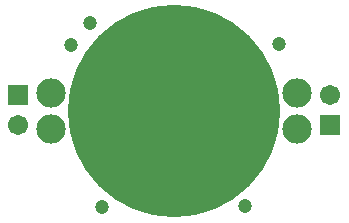
<source format=gbs>
%FSAX24Y24*%
%MOIN*%
G70*
G01*
G75*
G04 Layer_Color=16711935*
%ADD10R,0.0500X0.0600*%
G04:AMPARAMS|DCode=11|XSize=39.4mil|YSize=43.3mil|CornerRadius=0mil|HoleSize=0mil|Usage=FLASHONLY|Rotation=225.000|XOffset=0mil|YOffset=0mil|HoleType=Round|Shape=Rectangle|*
%AMROTATEDRECTD11*
4,1,4,-0.0014,0.0292,0.0292,-0.0014,0.0014,-0.0292,-0.0292,0.0014,-0.0014,0.0292,0.0*
%
%ADD11ROTATEDRECTD11*%

%ADD12R,0.0394X0.0433*%
%ADD13R,0.0433X0.0394*%
%ADD14R,0.0310X0.0370*%
%ADD15R,0.0571X0.0177*%
%ADD16C,0.0197*%
%ADD17C,0.0118*%
%ADD18C,0.0900*%
%ADD19C,0.0591*%
%ADD20R,0.0591X0.0591*%
%ADD21C,0.0394*%
%ADD22C,0.7000*%
%ADD23C,0.0394*%
%ADD24C,0.0059*%
%ADD25C,0.0050*%
%ADD26C,0.0079*%
%ADD27C,0.0100*%
%ADD28R,0.0550X0.0650*%
%ADD29R,0.1050X0.0700*%
%ADD30R,0.2700X0.1700*%
%ADD31R,0.0580X0.0680*%
G04:AMPARAMS|DCode=32|XSize=47.4mil|YSize=51.3mil|CornerRadius=0mil|HoleSize=0mil|Usage=FLASHONLY|Rotation=225.000|XOffset=0mil|YOffset=0mil|HoleType=Round|Shape=Rectangle|*
%AMROTATEDRECTD32*
4,1,4,-0.0014,0.0349,0.0349,-0.0014,0.0014,-0.0349,-0.0349,0.0014,-0.0014,0.0349,0.0*
%
%ADD32ROTATEDRECTD32*%

%ADD33R,0.0474X0.0513*%
%ADD34R,0.0513X0.0474*%
%ADD35R,0.0390X0.0450*%
%ADD36R,0.0651X0.0257*%
%ADD37C,0.0980*%
%ADD38C,0.0671*%
%ADD39R,0.0671X0.0671*%
%ADD40C,0.0474*%
%ADD41C,0.7080*%
D37*
X009900Y003200D02*
D03*
X001700Y004400D02*
D03*
X009900D02*
D03*
X001700Y003200D02*
D03*
D38*
X011000Y004350D02*
D03*
X000600Y003350D02*
D03*
D39*
X011000D02*
D03*
X000600Y004350D02*
D03*
D40*
X009300Y006050D02*
D03*
X003000Y006750D02*
D03*
X003400Y000600D02*
D03*
X008150Y000650D02*
D03*
X002350Y006000D02*
D03*
D41*
X005800Y003800D02*
D03*
M02*

</source>
